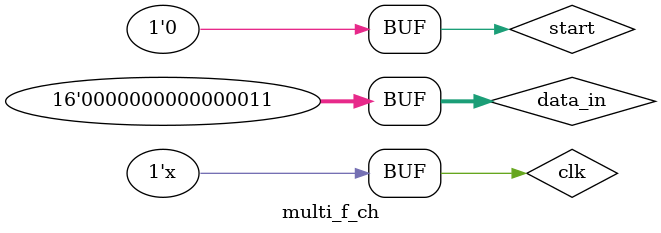
<source format=v>
`timescale 1ns / 1ps


module multi_f_ch;

	// Inputs
	reg [15:0] data_in;
	reg start;
	reg clk;

	// Outputs
	wire [15:0] data_out;
	wire done;

	// Instantiate the Unit Under Test (UUT)
	multi_fi uut (
		.data_out(data_out), 
		.data_in(data_in), 
		.start(start), 
		.done(done), 
		.clk(clk)
	);

	initial begin
		// Initialize Inputs
		data_in = 0;
		start = 0;
		clk = 0;

		// Wait 100 ns for global reset to finish
		#150;
		data_in=16'h04;		//first operand
		
		#200;
		start=1;					//start operation
		
		#200;
		start=0;
		
      #400;
		data_in=16'h03;		//second operand
		
        
		// Add stimulus here

	end
   
	always #100 clk=~clk;
	
	
endmodule


</source>
